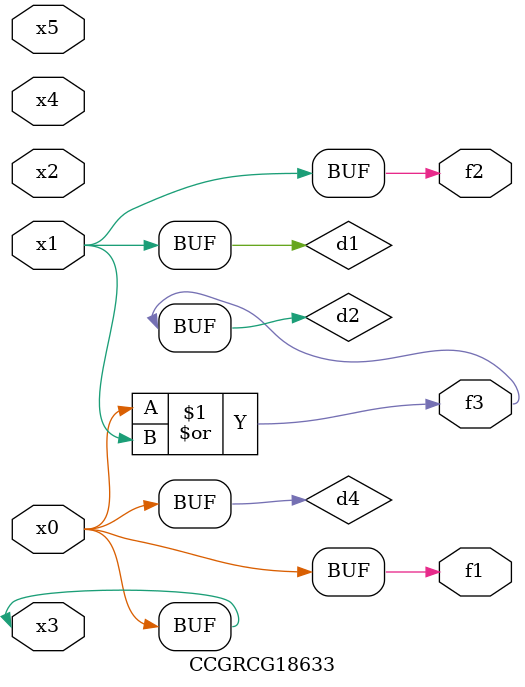
<source format=v>
module CCGRCG18633(
	input x0, x1, x2, x3, x4, x5,
	output f1, f2, f3
);

	wire d1, d2, d3, d4;

	and (d1, x1);
	or (d2, x0, x1);
	nand (d3, x0, x5);
	buf (d4, x0, x3);
	assign f1 = d4;
	assign f2 = d1;
	assign f3 = d2;
endmodule

</source>
